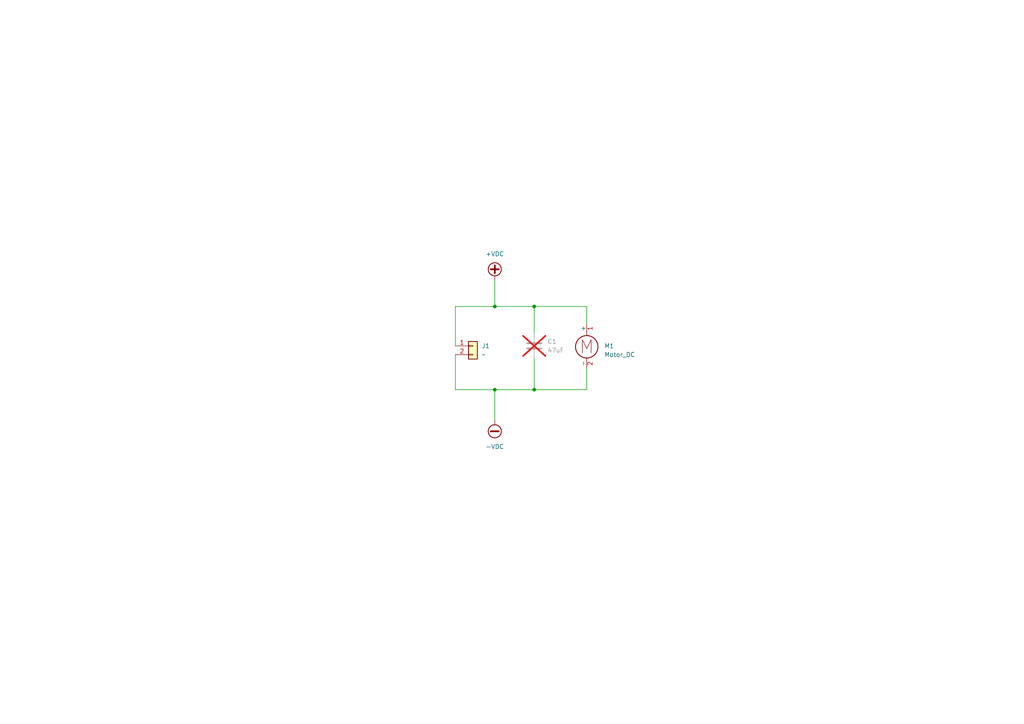
<source format=kicad_sch>
(kicad_sch
	(version 20231120)
	(generator "eeschema")
	(generator_version "8.0")
	(uuid "c295e628-985d-4f09-aa9d-6f6bb31721f1")
	(paper "A4")
	(lib_symbols
		(symbol "Connector_Generic:Conn_01x02"
			(pin_names
				(offset 1.016) hide)
			(exclude_from_sim no)
			(in_bom yes)
			(on_board yes)
			(property "Reference" "J"
				(at 0 2.54 0)
				(effects
					(font
						(size 1.27 1.27)
					)
				)
			)
			(property "Value" "Conn_01x02"
				(at 0 -5.08 0)
				(effects
					(font
						(size 1.27 1.27)
					)
				)
			)
			(property "Footprint" ""
				(at 0 0 0)
				(effects
					(font
						(size 1.27 1.27)
					)
					(hide yes)
				)
			)
			(property "Datasheet" "~"
				(at 0 0 0)
				(effects
					(font
						(size 1.27 1.27)
					)
					(hide yes)
				)
			)
			(property "Description" "Generic connector, single row, 01x02, script generated (kicad-library-utils/schlib/autogen/connector/)"
				(at 0 0 0)
				(effects
					(font
						(size 1.27 1.27)
					)
					(hide yes)
				)
			)
			(property "ki_keywords" "connector"
				(at 0 0 0)
				(effects
					(font
						(size 1.27 1.27)
					)
					(hide yes)
				)
			)
			(property "ki_fp_filters" "Connector*:*_1x??_*"
				(at 0 0 0)
				(effects
					(font
						(size 1.27 1.27)
					)
					(hide yes)
				)
			)
			(symbol "Conn_01x02_1_1"
				(rectangle
					(start -1.27 -2.413)
					(end 0 -2.667)
					(stroke
						(width 0.1524)
						(type default)
					)
					(fill
						(type none)
					)
				)
				(rectangle
					(start -1.27 0.127)
					(end 0 -0.127)
					(stroke
						(width 0.1524)
						(type default)
					)
					(fill
						(type none)
					)
				)
				(rectangle
					(start -1.27 1.27)
					(end 1.27 -3.81)
					(stroke
						(width 0.254)
						(type default)
					)
					(fill
						(type background)
					)
				)
				(pin passive line
					(at -5.08 0 0)
					(length 3.81)
					(name "Pin_1"
						(effects
							(font
								(size 1.27 1.27)
							)
						)
					)
					(number "1"
						(effects
							(font
								(size 1.27 1.27)
							)
						)
					)
				)
				(pin passive line
					(at -5.08 -2.54 0)
					(length 3.81)
					(name "Pin_2"
						(effects
							(font
								(size 1.27 1.27)
							)
						)
					)
					(number "2"
						(effects
							(font
								(size 1.27 1.27)
							)
						)
					)
				)
			)
		)
		(symbol "Device:C"
			(pin_numbers hide)
			(pin_names
				(offset 0.254)
			)
			(exclude_from_sim no)
			(in_bom yes)
			(on_board yes)
			(property "Reference" "C"
				(at 0.635 2.54 0)
				(effects
					(font
						(size 1.27 1.27)
					)
					(justify left)
				)
			)
			(property "Value" "C"
				(at 0.635 -2.54 0)
				(effects
					(font
						(size 1.27 1.27)
					)
					(justify left)
				)
			)
			(property "Footprint" ""
				(at 0.9652 -3.81 0)
				(effects
					(font
						(size 1.27 1.27)
					)
					(hide yes)
				)
			)
			(property "Datasheet" "~"
				(at 0 0 0)
				(effects
					(font
						(size 1.27 1.27)
					)
					(hide yes)
				)
			)
			(property "Description" "Unpolarized capacitor"
				(at 0 0 0)
				(effects
					(font
						(size 1.27 1.27)
					)
					(hide yes)
				)
			)
			(property "ki_keywords" "cap capacitor"
				(at 0 0 0)
				(effects
					(font
						(size 1.27 1.27)
					)
					(hide yes)
				)
			)
			(property "ki_fp_filters" "C_*"
				(at 0 0 0)
				(effects
					(font
						(size 1.27 1.27)
					)
					(hide yes)
				)
			)
			(symbol "C_0_1"
				(polyline
					(pts
						(xy -2.032 -0.762) (xy 2.032 -0.762)
					)
					(stroke
						(width 0.508)
						(type default)
					)
					(fill
						(type none)
					)
				)
				(polyline
					(pts
						(xy -2.032 0.762) (xy 2.032 0.762)
					)
					(stroke
						(width 0.508)
						(type default)
					)
					(fill
						(type none)
					)
				)
			)
			(symbol "C_1_1"
				(pin passive line
					(at 0 3.81 270)
					(length 2.794)
					(name "~"
						(effects
							(font
								(size 1.27 1.27)
							)
						)
					)
					(number "1"
						(effects
							(font
								(size 1.27 1.27)
							)
						)
					)
				)
				(pin passive line
					(at 0 -3.81 90)
					(length 2.794)
					(name "~"
						(effects
							(font
								(size 1.27 1.27)
							)
						)
					)
					(number "2"
						(effects
							(font
								(size 1.27 1.27)
							)
						)
					)
				)
			)
		)
		(symbol "Motor:Motor_DC"
			(pin_names
				(offset 0)
			)
			(exclude_from_sim no)
			(in_bom yes)
			(on_board yes)
			(property "Reference" "M"
				(at 2.54 2.54 0)
				(effects
					(font
						(size 1.27 1.27)
					)
					(justify left)
				)
			)
			(property "Value" "Motor_DC"
				(at 2.54 -5.08 0)
				(effects
					(font
						(size 1.27 1.27)
					)
					(justify left top)
				)
			)
			(property "Footprint" ""
				(at 0 -2.286 0)
				(effects
					(font
						(size 1.27 1.27)
					)
					(hide yes)
				)
			)
			(property "Datasheet" "~"
				(at 0 -2.286 0)
				(effects
					(font
						(size 1.27 1.27)
					)
					(hide yes)
				)
			)
			(property "Description" "DC Motor"
				(at 0 0 0)
				(effects
					(font
						(size 1.27 1.27)
					)
					(hide yes)
				)
			)
			(property "ki_keywords" "DC Motor"
				(at 0 0 0)
				(effects
					(font
						(size 1.27 1.27)
					)
					(hide yes)
				)
			)
			(property "ki_fp_filters" "PinHeader*P2.54mm* TerminalBlock*"
				(at 0 0 0)
				(effects
					(font
						(size 1.27 1.27)
					)
					(hide yes)
				)
			)
			(symbol "Motor_DC_0_0"
				(polyline
					(pts
						(xy -1.27 -3.302) (xy -1.27 0.508) (xy 0 -2.032) (xy 1.27 0.508) (xy 1.27 -3.302)
					)
					(stroke
						(width 0)
						(type default)
					)
					(fill
						(type none)
					)
				)
			)
			(symbol "Motor_DC_0_1"
				(circle
					(center 0 -1.524)
					(radius 3.2512)
					(stroke
						(width 0.254)
						(type default)
					)
					(fill
						(type none)
					)
				)
				(polyline
					(pts
						(xy 0 -7.62) (xy 0 -7.112)
					)
					(stroke
						(width 0)
						(type default)
					)
					(fill
						(type none)
					)
				)
				(polyline
					(pts
						(xy 0 -4.7752) (xy 0 -5.1816)
					)
					(stroke
						(width 0)
						(type default)
					)
					(fill
						(type none)
					)
				)
				(polyline
					(pts
						(xy 0 1.7272) (xy 0 2.0828)
					)
					(stroke
						(width 0)
						(type default)
					)
					(fill
						(type none)
					)
				)
				(polyline
					(pts
						(xy 0 2.032) (xy 0 2.54)
					)
					(stroke
						(width 0)
						(type default)
					)
					(fill
						(type none)
					)
				)
			)
			(symbol "Motor_DC_1_1"
				(pin passive line
					(at 0 5.08 270)
					(length 2.54)
					(name "+"
						(effects
							(font
								(size 1.27 1.27)
							)
						)
					)
					(number "1"
						(effects
							(font
								(size 1.27 1.27)
							)
						)
					)
				)
				(pin passive line
					(at 0 -7.62 90)
					(length 2.54)
					(name "-"
						(effects
							(font
								(size 1.27 1.27)
							)
						)
					)
					(number "2"
						(effects
							(font
								(size 1.27 1.27)
							)
						)
					)
				)
			)
		)
		(symbol "power:+VDC"
			(power)
			(pin_names
				(offset 0)
			)
			(exclude_from_sim no)
			(in_bom yes)
			(on_board yes)
			(property "Reference" "#PWR"
				(at 0 -2.54 0)
				(effects
					(font
						(size 1.27 1.27)
					)
					(hide yes)
				)
			)
			(property "Value" "+VDC"
				(at 0 6.35 0)
				(effects
					(font
						(size 1.27 1.27)
					)
				)
			)
			(property "Footprint" ""
				(at 0 0 0)
				(effects
					(font
						(size 1.27 1.27)
					)
					(hide yes)
				)
			)
			(property "Datasheet" ""
				(at 0 0 0)
				(effects
					(font
						(size 1.27 1.27)
					)
					(hide yes)
				)
			)
			(property "Description" "Power symbol creates a global label with name \"+VDC\""
				(at 0 0 0)
				(effects
					(font
						(size 1.27 1.27)
					)
					(hide yes)
				)
			)
			(property "ki_keywords" "global power"
				(at 0 0 0)
				(effects
					(font
						(size 1.27 1.27)
					)
					(hide yes)
				)
			)
			(symbol "+VDC_0_1"
				(polyline
					(pts
						(xy -1.143 3.175) (xy 1.143 3.175)
					)
					(stroke
						(width 0.508)
						(type default)
					)
					(fill
						(type none)
					)
				)
				(polyline
					(pts
						(xy 0 0) (xy 0 1.27)
					)
					(stroke
						(width 0)
						(type default)
					)
					(fill
						(type none)
					)
				)
				(polyline
					(pts
						(xy 0 2.032) (xy 0 4.318)
					)
					(stroke
						(width 0.508)
						(type default)
					)
					(fill
						(type none)
					)
				)
				(circle
					(center 0 3.175)
					(radius 1.905)
					(stroke
						(width 0.254)
						(type default)
					)
					(fill
						(type none)
					)
				)
			)
			(symbol "+VDC_1_1"
				(pin power_in line
					(at 0 0 90)
					(length 0) hide
					(name "+VDC"
						(effects
							(font
								(size 1.27 1.27)
							)
						)
					)
					(number "1"
						(effects
							(font
								(size 1.27 1.27)
							)
						)
					)
				)
			)
		)
		(symbol "power:-VDC"
			(power)
			(pin_names
				(offset 0)
			)
			(exclude_from_sim no)
			(in_bom yes)
			(on_board yes)
			(property "Reference" "#PWR"
				(at 0 -2.54 0)
				(effects
					(font
						(size 1.27 1.27)
					)
					(hide yes)
				)
			)
			(property "Value" "-VDC"
				(at 0 6.35 0)
				(effects
					(font
						(size 1.27 1.27)
					)
				)
			)
			(property "Footprint" ""
				(at 0 0 0)
				(effects
					(font
						(size 1.27 1.27)
					)
					(hide yes)
				)
			)
			(property "Datasheet" ""
				(at 0 0 0)
				(effects
					(font
						(size 1.27 1.27)
					)
					(hide yes)
				)
			)
			(property "Description" "Power symbol creates a global label with name \"-VDC\""
				(at 0 0 0)
				(effects
					(font
						(size 1.27 1.27)
					)
					(hide yes)
				)
			)
			(property "ki_keywords" "global power"
				(at 0 0 0)
				(effects
					(font
						(size 1.27 1.27)
					)
					(hide yes)
				)
			)
			(symbol "-VDC_0_1"
				(polyline
					(pts
						(xy -1.143 3.175) (xy 1.143 3.175)
					)
					(stroke
						(width 0.508)
						(type default)
					)
					(fill
						(type none)
					)
				)
				(polyline
					(pts
						(xy 0 0) (xy 0 1.27)
					)
					(stroke
						(width 0)
						(type default)
					)
					(fill
						(type none)
					)
				)
				(circle
					(center 0 3.175)
					(radius 1.905)
					(stroke
						(width 0.254)
						(type default)
					)
					(fill
						(type none)
					)
				)
			)
			(symbol "-VDC_1_1"
				(pin power_in line
					(at 0 0 90)
					(length 0) hide
					(name "-VDC"
						(effects
							(font
								(size 1.27 1.27)
							)
						)
					)
					(number "1"
						(effects
							(font
								(size 1.27 1.27)
							)
						)
					)
				)
			)
		)
	)
	(junction
		(at 143.51 113.03)
		(diameter 0)
		(color 0 0 0 0)
		(uuid "64591130-b3bd-464c-8299-a962c10bc5b7")
	)
	(junction
		(at 154.94 88.9)
		(diameter 0)
		(color 0 0 0 0)
		(uuid "666820e9-27d6-4386-9040-c303663b7aba")
	)
	(junction
		(at 154.94 113.03)
		(diameter 0)
		(color 0 0 0 0)
		(uuid "76201c41-4fd2-4e12-a210-18730146d343")
	)
	(junction
		(at 143.51 88.9)
		(diameter 0)
		(color 0 0 0 0)
		(uuid "7abb449f-9d4c-41b3-9e5e-06e6b2db960f")
	)
	(wire
		(pts
			(xy 132.08 100.33) (xy 132.08 88.9)
		)
		(stroke
			(width 0)
			(type default)
		)
		(uuid "3329994a-6850-443c-aa46-3929f6e0ad52")
	)
	(wire
		(pts
			(xy 154.94 88.9) (xy 170.18 88.9)
		)
		(stroke
			(width 0)
			(type default)
		)
		(uuid "369784f7-a7ce-481a-aeb3-c309e1abe1ba")
	)
	(wire
		(pts
			(xy 132.08 88.9) (xy 143.51 88.9)
		)
		(stroke
			(width 0)
			(type default)
		)
		(uuid "36f36462-f82a-4e03-aac5-9fb5f4d7aba4")
	)
	(wire
		(pts
			(xy 170.18 113.03) (xy 170.18 106.68)
		)
		(stroke
			(width 0)
			(type default)
		)
		(uuid "397691f0-f7f1-47e6-9e89-0d8b5d2b6dbd")
	)
	(wire
		(pts
			(xy 143.51 88.9) (xy 154.94 88.9)
		)
		(stroke
			(width 0)
			(type default)
		)
		(uuid "552a2de6-000a-46cf-9f1c-f43957280ed3")
	)
	(wire
		(pts
			(xy 154.94 113.03) (xy 170.18 113.03)
		)
		(stroke
			(width 0)
			(type default)
		)
		(uuid "5924c06a-3dd6-4f98-a683-ef37d45851a8")
	)
	(wire
		(pts
			(xy 143.51 113.03) (xy 154.94 113.03)
		)
		(stroke
			(width 0)
			(type default)
		)
		(uuid "7f3b5dab-87f4-402c-be42-5e828b32d223")
	)
	(wire
		(pts
			(xy 132.08 102.87) (xy 132.08 113.03)
		)
		(stroke
			(width 0)
			(type default)
		)
		(uuid "8d7b0730-e4e6-4653-a283-9f5fbc902d0d")
	)
	(wire
		(pts
			(xy 154.94 96.52) (xy 154.94 88.9)
		)
		(stroke
			(width 0)
			(type default)
		)
		(uuid "91243895-6685-4db4-b9b0-7d087c0e0195")
	)
	(wire
		(pts
			(xy 132.08 113.03) (xy 143.51 113.03)
		)
		(stroke
			(width 0)
			(type default)
		)
		(uuid "9b33a1af-fc9b-420e-b91c-f97bc2b1426a")
	)
	(wire
		(pts
			(xy 143.51 113.03) (xy 143.51 121.92)
		)
		(stroke
			(width 0)
			(type default)
		)
		(uuid "c16ffbc0-ea3f-400d-9245-41da430866fa")
	)
	(wire
		(pts
			(xy 170.18 88.9) (xy 170.18 93.98)
		)
		(stroke
			(width 0)
			(type default)
		)
		(uuid "ce339234-18ad-43d1-ba9d-f50cc51310ac")
	)
	(wire
		(pts
			(xy 154.94 104.14) (xy 154.94 113.03)
		)
		(stroke
			(width 0)
			(type default)
		)
		(uuid "d03e76f7-54f9-4f78-b676-c20b9e0cb17e")
	)
	(wire
		(pts
			(xy 143.51 81.28) (xy 143.51 88.9)
		)
		(stroke
			(width 0)
			(type default)
		)
		(uuid "de5f5a73-788b-463c-b50f-0fbd1f53332a")
	)
	(symbol
		(lib_id "Device:C")
		(at 154.94 100.33 0)
		(unit 1)
		(exclude_from_sim no)
		(in_bom yes)
		(on_board yes)
		(dnp yes)
		(fields_autoplaced yes)
		(uuid "0b8edce5-fd2c-484a-8c7c-970e11655f51")
		(property "Reference" "C1"
			(at 158.75 99.06 0)
			(effects
				(font
					(size 1.27 1.27)
				)
				(justify left)
			)
		)
		(property "Value" "47uF"
			(at 158.75 101.6 0)
			(effects
				(font
					(size 1.27 1.27)
				)
				(justify left)
			)
		)
		(property "Footprint" "Capacitor_SMD:C_1206_3216Metric"
			(at 155.9052 104.14 0)
			(effects
				(font
					(size 1.27 1.27)
				)
				(hide yes)
			)
		)
		(property "Datasheet" "~"
			(at 154.94 100.33 0)
			(effects
				(font
					(size 1.27 1.27)
				)
				(hide yes)
			)
		)
		(property "Description" ""
			(at 154.94 100.33 0)
			(effects
				(font
					(size 1.27 1.27)
				)
				(hide yes)
			)
		)
		(pin "1"
			(uuid "0cdf88b1-7efd-42b0-a6f5-02e48a6e89cb")
		)
		(pin "2"
			(uuid "280817af-73b7-4308-8066-16e204befaa2")
		)
		(instances
			(project "motor-mount"
				(path "/c295e628-985d-4f09-aa9d-6f6bb31721f1"
					(reference "C1")
					(unit 1)
				)
			)
		)
	)
	(symbol
		(lib_id "Connector_Generic:Conn_01x02")
		(at 137.16 100.33 0)
		(unit 1)
		(exclude_from_sim no)
		(in_bom yes)
		(on_board yes)
		(dnp no)
		(fields_autoplaced yes)
		(uuid "26b37c27-31bb-463f-ac9a-7d221ab7a19c")
		(property "Reference" "J1"
			(at 139.7 100.33 0)
			(effects
				(font
					(size 1.27 1.27)
				)
				(justify left)
			)
		)
		(property "Value" "~"
			(at 139.7 102.87 0)
			(effects
				(font
					(size 1.27 1.27)
				)
				(justify left)
			)
		)
		(property "Footprint" "Connector_PinHeader_2.54mm:PinHeader_1x02_P2.54mm_Vertical"
			(at 137.16 100.33 0)
			(effects
				(font
					(size 1.27 1.27)
				)
				(hide yes)
			)
		)
		(property "Datasheet" "~"
			(at 137.16 100.33 0)
			(effects
				(font
					(size 1.27 1.27)
				)
				(hide yes)
			)
		)
		(property "Description" ""
			(at 137.16 100.33 0)
			(effects
				(font
					(size 1.27 1.27)
				)
				(hide yes)
			)
		)
		(pin "2"
			(uuid "249de7d9-96b6-42f5-951c-bb3c7bc1c2d6")
		)
		(pin "1"
			(uuid "e54d07db-b6ea-43e3-b84c-6cb706299acd")
		)
		(instances
			(project "motor-mount"
				(path "/c295e628-985d-4f09-aa9d-6f6bb31721f1"
					(reference "J1")
					(unit 1)
				)
			)
		)
	)
	(symbol
		(lib_id "Motor:Motor_DC")
		(at 170.18 99.06 0)
		(unit 1)
		(exclude_from_sim no)
		(in_bom yes)
		(on_board yes)
		(dnp no)
		(fields_autoplaced yes)
		(uuid "c01eebb8-925d-4b5f-9d40-ff43d4936ee4")
		(property "Reference" "M1"
			(at 175.26 100.33 0)
			(effects
				(font
					(size 1.27 1.27)
				)
				(justify left)
			)
		)
		(property "Value" "Motor_DC"
			(at 175.26 102.87 0)
			(effects
				(font
					(size 1.27 1.27)
				)
				(justify left)
			)
		)
		(property "Footprint" "open-servo-controller:SG90_Motor"
			(at 170.18 101.346 0)
			(effects
				(font
					(size 1.27 1.27)
				)
				(hide yes)
			)
		)
		(property "Datasheet" "~"
			(at 170.18 101.346 0)
			(effects
				(font
					(size 1.27 1.27)
				)
				(hide yes)
			)
		)
		(property "Description" ""
			(at 170.18 99.06 0)
			(effects
				(font
					(size 1.27 1.27)
				)
				(hide yes)
			)
		)
		(pin "1"
			(uuid "88028f86-5f50-4720-bbb2-a22efaa0b165")
		)
		(pin "2"
			(uuid "e3bed802-515d-4c6a-b64f-92447665915d")
		)
		(instances
			(project "motor-mount"
				(path "/c295e628-985d-4f09-aa9d-6f6bb31721f1"
					(reference "M1")
					(unit 1)
				)
			)
		)
	)
	(symbol
		(lib_id "power:-VDC")
		(at 143.51 121.92 180)
		(unit 1)
		(exclude_from_sim no)
		(in_bom yes)
		(on_board yes)
		(dnp no)
		(fields_autoplaced yes)
		(uuid "cd91071b-8dc3-400a-ae55-8aadf0459a49")
		(property "Reference" "#PWR02"
			(at 143.51 119.38 0)
			(effects
				(font
					(size 1.27 1.27)
				)
				(hide yes)
			)
		)
		(property "Value" "-VDC"
			(at 143.51 129.54 0)
			(effects
				(font
					(size 1.27 1.27)
				)
			)
		)
		(property "Footprint" ""
			(at 143.51 121.92 0)
			(effects
				(font
					(size 1.27 1.27)
				)
				(hide yes)
			)
		)
		(property "Datasheet" ""
			(at 143.51 121.92 0)
			(effects
				(font
					(size 1.27 1.27)
				)
				(hide yes)
			)
		)
		(property "Description" ""
			(at 143.51 121.92 0)
			(effects
				(font
					(size 1.27 1.27)
				)
				(hide yes)
			)
		)
		(pin "1"
			(uuid "c7e6ad97-ebd3-4c8f-a4eb-d41150aff3d0")
		)
		(instances
			(project "motor-mount"
				(path "/c295e628-985d-4f09-aa9d-6f6bb31721f1"
					(reference "#PWR02")
					(unit 1)
				)
			)
		)
	)
	(symbol
		(lib_id "power:+VDC")
		(at 143.51 81.28 0)
		(unit 1)
		(exclude_from_sim no)
		(in_bom yes)
		(on_board yes)
		(dnp no)
		(fields_autoplaced yes)
		(uuid "eb7fe7a8-60a4-4e94-b755-e437fc7cf457")
		(property "Reference" "#PWR01"
			(at 143.51 83.82 0)
			(effects
				(font
					(size 1.27 1.27)
				)
				(hide yes)
			)
		)
		(property "Value" "+VDC"
			(at 143.51 73.66 0)
			(effects
				(font
					(size 1.27 1.27)
				)
			)
		)
		(property "Footprint" ""
			(at 143.51 81.28 0)
			(effects
				(font
					(size 1.27 1.27)
				)
				(hide yes)
			)
		)
		(property "Datasheet" ""
			(at 143.51 81.28 0)
			(effects
				(font
					(size 1.27 1.27)
				)
				(hide yes)
			)
		)
		(property "Description" ""
			(at 143.51 81.28 0)
			(effects
				(font
					(size 1.27 1.27)
				)
				(hide yes)
			)
		)
		(pin "1"
			(uuid "3fc1658a-5cf0-4893-bbd2-07424d971324")
		)
		(instances
			(project "motor-mount"
				(path "/c295e628-985d-4f09-aa9d-6f6bb31721f1"
					(reference "#PWR01")
					(unit 1)
				)
			)
		)
	)
	(sheet_instances
		(path "/"
			(page "1")
		)
	)
)

</source>
